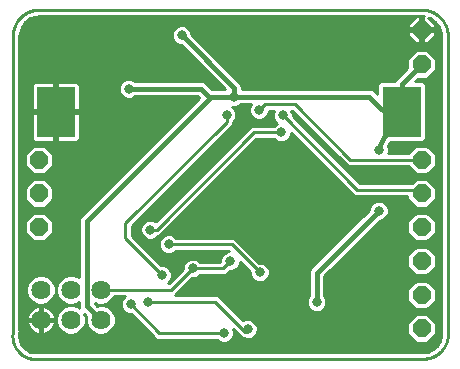
<source format=gbl>
G75*
%MOIN*%
%OFA0B0*%
%FSLAX25Y25*%
%IPPOS*%
%LPD*%
%AMOC8*
5,1,8,0,0,1.08239X$1,22.5*
%
%ADD10C,0.01000*%
%ADD11C,0.06400*%
%ADD12R,0.12992X0.16929*%
%ADD13OC8,0.06000*%
%ADD14C,0.03200*%
%ADD15C,0.01600*%
D10*
X0007860Y0046945D02*
X0139110Y0046945D01*
X0138976Y0049144D02*
X0008107Y0049144D01*
X0007403Y0049323D01*
X0005892Y0050117D01*
X0004701Y0051340D01*
X0003946Y0052870D01*
X0003700Y0054559D01*
X0003721Y0054783D01*
X0003810Y0054872D01*
X0003810Y0055596D01*
X0003933Y0056309D01*
X0003810Y0056482D01*
X0003810Y0154533D01*
X0003891Y0155558D01*
X0004524Y0157507D01*
X0005729Y0159165D01*
X0007387Y0160369D01*
X0009336Y0161002D01*
X0010360Y0161083D01*
X0137860Y0161083D01*
X0138597Y0161025D01*
X0138360Y0161025D01*
X0138360Y0157025D01*
X0137360Y0157025D01*
X0137360Y0156025D01*
X0133360Y0156025D01*
X0133360Y0154661D01*
X0135996Y0152025D01*
X0137360Y0152025D01*
X0137360Y0156025D01*
X0138360Y0156025D01*
X0138360Y0152025D01*
X0139724Y0152025D01*
X0142360Y0154661D01*
X0142360Y0156025D01*
X0138360Y0156025D01*
X0138360Y0157025D01*
X0142360Y0157025D01*
X0142360Y0158389D01*
X0140162Y0160588D01*
X0140834Y0160369D01*
X0142492Y0159165D01*
X0143696Y0157507D01*
X0144330Y0155558D01*
X0144410Y0154533D01*
X0144410Y0056591D01*
X0144343Y0056512D01*
X0144410Y0055693D01*
X0144410Y0054872D01*
X0144420Y0054862D01*
X0144421Y0054662D01*
X0143988Y0052837D01*
X0143013Y0051234D01*
X0141591Y0050011D01*
X0139859Y0049287D01*
X0138976Y0049144D01*
X0141679Y0050087D02*
X0005951Y0050087D01*
X0004949Y0051085D02*
X0142840Y0051085D01*
X0143530Y0052084D02*
X0004334Y0052084D01*
X0003915Y0053082D02*
X0069761Y0053082D01*
X0069559Y0053284D02*
X0070156Y0052687D01*
X0071369Y0052184D01*
X0072682Y0052184D01*
X0073895Y0052687D01*
X0074823Y0053615D01*
X0075326Y0054828D01*
X0075326Y0056141D01*
X0075068Y0056763D01*
X0078124Y0053706D01*
X0078606Y0053706D01*
X0079224Y0053451D01*
X0080536Y0053451D01*
X0081749Y0053953D01*
X0082678Y0054881D01*
X0083180Y0056094D01*
X0083180Y0057407D01*
X0082678Y0058620D01*
X0081749Y0059548D01*
X0080536Y0060051D01*
X0079224Y0060051D01*
X0078360Y0059693D01*
X0071273Y0066781D01*
X0069984Y0068069D01*
X0055758Y0068069D01*
X0061421Y0073733D01*
X0062267Y0073733D01*
X0063480Y0074235D01*
X0064077Y0074833D01*
X0072521Y0074833D01*
X0073921Y0076233D01*
X0074767Y0076233D01*
X0075980Y0076735D01*
X0076908Y0077664D01*
X0077410Y0078877D01*
X0077410Y0079122D01*
X0080661Y0075871D01*
X0080661Y0075034D01*
X0081163Y0073821D01*
X0082091Y0072893D01*
X0083304Y0072391D01*
X0084617Y0072391D01*
X0085830Y0072893D01*
X0086758Y0073821D01*
X0087261Y0075034D01*
X0087261Y0076347D01*
X0086758Y0077560D01*
X0085830Y0078488D01*
X0084617Y0078991D01*
X0083764Y0078991D01*
X0075442Y0087313D01*
X0055996Y0087313D01*
X0055399Y0087910D01*
X0054186Y0088413D01*
X0052873Y0088413D01*
X0051660Y0087910D01*
X0050732Y0086982D01*
X0050229Y0085769D01*
X0050229Y0084456D01*
X0050732Y0083244D01*
X0051660Y0082315D01*
X0052873Y0081813D01*
X0054186Y0081813D01*
X0055399Y0082315D01*
X0055996Y0082913D01*
X0073619Y0082913D01*
X0073699Y0082833D01*
X0073454Y0082833D01*
X0072241Y0082331D01*
X0071313Y0081402D01*
X0070810Y0080189D01*
X0070810Y0079344D01*
X0070699Y0079233D01*
X0064077Y0079233D01*
X0063480Y0079831D01*
X0062267Y0080333D01*
X0060954Y0080333D01*
X0059741Y0079831D01*
X0058813Y0078902D01*
X0058310Y0077689D01*
X0058310Y0076844D01*
X0053549Y0072083D01*
X0053303Y0072083D01*
X0054146Y0072926D01*
X0054648Y0074139D01*
X0054648Y0075452D01*
X0054146Y0076665D01*
X0053218Y0077593D01*
X0052005Y0078095D01*
X0051159Y0078095D01*
X0041310Y0087944D01*
X0041310Y0091122D01*
X0075060Y0124872D01*
X0075060Y0125816D01*
X0075658Y0126414D01*
X0076160Y0127627D01*
X0076160Y0128939D01*
X0075658Y0130152D01*
X0074827Y0130983D01*
X0076007Y0130983D01*
X0077220Y0131485D01*
X0077517Y0131783D01*
X0080919Y0131783D01*
X0080867Y0131730D01*
X0080364Y0130518D01*
X0080364Y0129205D01*
X0080867Y0127992D01*
X0081795Y0127064D01*
X0083008Y0126561D01*
X0084321Y0126561D01*
X0085534Y0127064D01*
X0086462Y0127992D01*
X0086964Y0129205D01*
X0086964Y0129574D01*
X0088635Y0129574D01*
X0088262Y0128673D01*
X0088262Y0127360D01*
X0088764Y0126147D01*
X0089624Y0125288D01*
X0089289Y0125149D01*
X0088691Y0124552D01*
X0081017Y0124552D01*
X0049250Y0092784D01*
X0048133Y0093246D01*
X0046820Y0093246D01*
X0045607Y0092744D01*
X0044679Y0091816D01*
X0044176Y0090603D01*
X0044176Y0089290D01*
X0044679Y0088077D01*
X0045607Y0087149D01*
X0046820Y0086646D01*
X0048133Y0086646D01*
X0049346Y0087149D01*
X0049943Y0087746D01*
X0050435Y0087746D01*
X0082840Y0120152D01*
X0088691Y0120152D01*
X0089289Y0119554D01*
X0090502Y0119052D01*
X0091815Y0119052D01*
X0093028Y0119554D01*
X0093956Y0120482D01*
X0094458Y0121695D01*
X0094458Y0122009D01*
X0114095Y0102372D01*
X0115384Y0101083D01*
X0133160Y0101083D01*
X0133160Y0100086D01*
X0135913Y0097333D01*
X0139807Y0097333D01*
X0142560Y0100086D01*
X0142560Y0103980D01*
X0139807Y0106733D01*
X0135913Y0106733D01*
X0134663Y0105483D01*
X0117207Y0105483D01*
X0094862Y0127828D01*
X0094862Y0128673D01*
X0094489Y0129574D01*
X0094708Y0129574D01*
X0111910Y0112372D01*
X0113199Y0111083D01*
X0133413Y0111083D01*
X0135913Y0108583D01*
X0139807Y0108583D01*
X0142560Y0111336D01*
X0142560Y0115230D01*
X0139807Y0117983D01*
X0135913Y0117983D01*
X0133413Y0115483D01*
X0126770Y0115483D01*
X0126923Y0115852D01*
X0126923Y0117165D01*
X0126711Y0117678D01*
X0127408Y0119019D01*
X0138441Y0119019D01*
X0139437Y0120014D01*
X0139437Y0138352D01*
X0138441Y0139348D01*
X0135679Y0139348D01*
X0136666Y0140325D01*
X0139807Y0140325D01*
X0142560Y0143078D01*
X0142560Y0146972D01*
X0139807Y0149725D01*
X0135913Y0149725D01*
X0133160Y0146972D01*
X0133160Y0143890D01*
X0129830Y0140594D01*
X0129824Y0140591D01*
X0129477Y0140244D01*
X0129128Y0139899D01*
X0129126Y0139893D01*
X0129121Y0139888D01*
X0128933Y0139433D01*
X0128897Y0139348D01*
X0124040Y0139348D01*
X0123044Y0138352D01*
X0123044Y0135234D01*
X0122580Y0135699D01*
X0121877Y0136402D01*
X0120958Y0136783D01*
X0077850Y0136783D01*
X0077850Y0137790D01*
X0077470Y0138709D01*
X0076767Y0139412D01*
X0061160Y0155019D01*
X0061160Y0155439D01*
X0060658Y0156652D01*
X0059730Y0157581D01*
X0058517Y0158083D01*
X0057204Y0158083D01*
X0055991Y0157581D01*
X0055063Y0156652D01*
X0054560Y0155439D01*
X0054560Y0154127D01*
X0055063Y0152914D01*
X0055991Y0151985D01*
X0057204Y0151483D01*
X0057625Y0151483D01*
X0072325Y0136783D01*
X0067896Y0136783D01*
X0065643Y0139036D01*
X0064724Y0139417D01*
X0042365Y0139417D01*
X0042068Y0139714D01*
X0040855Y0140217D01*
X0039542Y0140217D01*
X0038329Y0139714D01*
X0037401Y0138786D01*
X0036898Y0137573D01*
X0036898Y0136260D01*
X0037401Y0135048D01*
X0038329Y0134119D01*
X0039542Y0133617D01*
X0040855Y0133617D01*
X0042068Y0134119D01*
X0042365Y0134417D01*
X0063191Y0134417D01*
X0063825Y0133783D01*
X0024142Y0094100D01*
X0023761Y0093182D01*
X0023761Y0074011D01*
X0023736Y0074037D01*
X0021935Y0074783D01*
X0019986Y0074783D01*
X0018185Y0074037D01*
X0016806Y0072659D01*
X0016060Y0070858D01*
X0016060Y0068908D01*
X0016806Y0067107D01*
X0018185Y0065729D01*
X0019986Y0064983D01*
X0021935Y0064983D01*
X0023736Y0065729D01*
X0023761Y0065755D01*
X0023761Y0064085D01*
X0023813Y0063960D01*
X0023736Y0064037D01*
X0021935Y0064783D01*
X0019986Y0064783D01*
X0018185Y0064037D01*
X0016806Y0062659D01*
X0016060Y0060858D01*
X0016060Y0058908D01*
X0016806Y0057107D01*
X0018185Y0055729D01*
X0019986Y0054983D01*
X0021935Y0054983D01*
X0023736Y0055729D01*
X0025114Y0057107D01*
X0025860Y0058908D01*
X0025860Y0060858D01*
X0025443Y0061865D01*
X0026174Y0061133D01*
X0026060Y0060858D01*
X0026060Y0058908D01*
X0026806Y0057107D01*
X0028185Y0055729D01*
X0029986Y0054983D01*
X0031935Y0054983D01*
X0033736Y0055729D01*
X0035114Y0057107D01*
X0035860Y0058908D01*
X0035860Y0060858D01*
X0035114Y0062659D01*
X0033736Y0064037D01*
X0031935Y0064783D01*
X0029986Y0064783D01*
X0029710Y0064669D01*
X0028979Y0065400D01*
X0029986Y0064983D01*
X0031935Y0064983D01*
X0033736Y0065729D01*
X0035114Y0067107D01*
X0035353Y0067683D01*
X0038853Y0067683D01*
X0038064Y0066894D01*
X0037562Y0065681D01*
X0037562Y0064369D01*
X0038064Y0063156D01*
X0038993Y0062227D01*
X0040206Y0061725D01*
X0041051Y0061725D01*
X0048203Y0054573D01*
X0049491Y0053284D01*
X0069559Y0053284D01*
X0072026Y0055484D02*
X0050403Y0055484D01*
X0040862Y0065025D01*
X0037562Y0065064D02*
X0032131Y0065064D01*
X0033667Y0064066D02*
X0037687Y0064066D01*
X0038153Y0063067D02*
X0034706Y0063067D01*
X0035359Y0062069D02*
X0039376Y0062069D01*
X0041705Y0061070D02*
X0035772Y0061070D01*
X0035860Y0060072D02*
X0042704Y0060072D01*
X0043702Y0059073D02*
X0035860Y0059073D01*
X0035515Y0058075D02*
X0044701Y0058075D01*
X0045700Y0057076D02*
X0035083Y0057076D01*
X0034084Y0056078D02*
X0046698Y0056078D01*
X0047697Y0055079D02*
X0032167Y0055079D01*
X0029754Y0055079D02*
X0022167Y0055079D01*
X0019754Y0055079D02*
X0003810Y0055079D01*
X0003770Y0054081D02*
X0048695Y0054081D01*
X0046689Y0065869D02*
X0069073Y0065869D01*
X0079036Y0055906D01*
X0079880Y0056751D01*
X0082224Y0059073D02*
X0133254Y0059073D01*
X0133160Y0058980D02*
X0133160Y0055086D01*
X0135913Y0052333D01*
X0139807Y0052333D01*
X0142560Y0055086D01*
X0142560Y0058980D01*
X0139807Y0061733D01*
X0135913Y0061733D01*
X0133160Y0058980D01*
X0133160Y0058075D02*
X0082903Y0058075D01*
X0083180Y0057076D02*
X0133160Y0057076D01*
X0133160Y0056078D02*
X0083173Y0056078D01*
X0082760Y0055079D02*
X0133167Y0055079D01*
X0134166Y0054081D02*
X0081877Y0054081D01*
X0077750Y0054081D02*
X0075016Y0054081D01*
X0075326Y0055079D02*
X0076752Y0055079D01*
X0075753Y0056078D02*
X0075326Y0056078D01*
X0074291Y0053082D02*
X0135164Y0053082D01*
X0139110Y0046944D02*
X0139308Y0046963D01*
X0139504Y0046986D01*
X0139700Y0047014D01*
X0139896Y0047047D01*
X0140090Y0047085D01*
X0140284Y0047127D01*
X0140476Y0047174D01*
X0140667Y0047225D01*
X0140857Y0047281D01*
X0141046Y0047342D01*
X0141233Y0047407D01*
X0141418Y0047477D01*
X0141602Y0047551D01*
X0141784Y0047630D01*
X0141964Y0047713D01*
X0142142Y0047800D01*
X0142317Y0047891D01*
X0142491Y0047987D01*
X0142662Y0048087D01*
X0142830Y0048191D01*
X0142996Y0048299D01*
X0143160Y0048411D01*
X0143320Y0048527D01*
X0143478Y0048647D01*
X0143633Y0048771D01*
X0143784Y0048898D01*
X0143933Y0049029D01*
X0144079Y0049163D01*
X0144221Y0049301D01*
X0144359Y0049443D01*
X0144495Y0049587D01*
X0144627Y0049735D01*
X0144755Y0049886D01*
X0144879Y0050040D01*
X0145000Y0050198D01*
X0145117Y0050357D01*
X0145230Y0050520D01*
X0145339Y0050686D01*
X0145444Y0050853D01*
X0145545Y0051024D01*
X0145641Y0051197D01*
X0145734Y0051372D01*
X0145822Y0051549D01*
X0145906Y0051729D01*
X0145986Y0051910D01*
X0146061Y0052093D01*
X0146132Y0052278D01*
X0146198Y0052465D01*
X0146260Y0052653D01*
X0146317Y0052843D01*
X0146370Y0053034D01*
X0146418Y0053226D01*
X0146461Y0053419D01*
X0146500Y0053614D01*
X0146533Y0053809D01*
X0146563Y0054005D01*
X0146587Y0054201D01*
X0146607Y0054398D01*
X0146622Y0054596D01*
X0146632Y0054794D01*
X0146637Y0054992D01*
X0146638Y0055190D01*
X0146633Y0055388D01*
X0146624Y0055586D01*
X0146611Y0055783D01*
X0146610Y0055783D02*
X0146610Y0154533D01*
X0144379Y0154930D02*
X0142360Y0154930D01*
X0142360Y0155929D02*
X0144209Y0155929D01*
X0143885Y0156927D02*
X0138360Y0156927D01*
X0138360Y0155929D02*
X0137360Y0155929D01*
X0137360Y0156927D02*
X0060383Y0156927D01*
X0060958Y0155929D02*
X0133360Y0155929D01*
X0133360Y0154930D02*
X0061249Y0154930D01*
X0062247Y0153932D02*
X0134090Y0153932D01*
X0135088Y0152933D02*
X0063246Y0152933D01*
X0064244Y0151935D02*
X0144410Y0151935D01*
X0144410Y0152933D02*
X0140632Y0152933D01*
X0141631Y0153932D02*
X0144410Y0153932D01*
X0144410Y0150936D02*
X0065243Y0150936D01*
X0066241Y0149938D02*
X0144410Y0149938D01*
X0144410Y0148939D02*
X0140593Y0148939D01*
X0141591Y0147941D02*
X0144410Y0147941D01*
X0144410Y0146942D02*
X0142560Y0146942D01*
X0142560Y0145944D02*
X0144410Y0145944D01*
X0144410Y0144945D02*
X0142560Y0144945D01*
X0142560Y0143947D02*
X0144410Y0143947D01*
X0144410Y0142948D02*
X0142430Y0142948D01*
X0141432Y0141950D02*
X0144410Y0141950D01*
X0144410Y0140951D02*
X0140433Y0140951D01*
X0138834Y0138954D02*
X0144410Y0138954D01*
X0144410Y0137956D02*
X0139437Y0137956D01*
X0139437Y0136957D02*
X0144410Y0136957D01*
X0144410Y0135959D02*
X0139437Y0135959D01*
X0139437Y0134960D02*
X0144410Y0134960D01*
X0144410Y0133962D02*
X0139437Y0133962D01*
X0139437Y0132963D02*
X0144410Y0132963D01*
X0144410Y0131964D02*
X0139437Y0131964D01*
X0139437Y0130966D02*
X0144410Y0130966D01*
X0144410Y0129967D02*
X0139437Y0129967D01*
X0139437Y0128969D02*
X0144410Y0128969D01*
X0144410Y0127970D02*
X0139437Y0127970D01*
X0139437Y0126972D02*
X0144410Y0126972D01*
X0144410Y0125973D02*
X0139437Y0125973D01*
X0139437Y0124975D02*
X0144410Y0124975D01*
X0144410Y0123976D02*
X0139437Y0123976D01*
X0139437Y0122978D02*
X0144410Y0122978D01*
X0144410Y0121979D02*
X0139437Y0121979D01*
X0139437Y0120981D02*
X0144410Y0120981D01*
X0144410Y0119982D02*
X0139405Y0119982D01*
X0140803Y0116987D02*
X0144410Y0116987D01*
X0144410Y0117985D02*
X0126870Y0117985D01*
X0126923Y0116987D02*
X0134917Y0116987D01*
X0133919Y0115988D02*
X0126923Y0115988D01*
X0127390Y0118984D02*
X0144410Y0118984D01*
X0144410Y0115988D02*
X0141802Y0115988D01*
X0142560Y0114990D02*
X0144410Y0114990D01*
X0144410Y0113991D02*
X0142560Y0113991D01*
X0142560Y0112993D02*
X0144410Y0112993D01*
X0144410Y0111994D02*
X0142560Y0111994D01*
X0142220Y0110996D02*
X0144410Y0110996D01*
X0144410Y0109997D02*
X0141221Y0109997D01*
X0140223Y0108999D02*
X0144410Y0108999D01*
X0144410Y0108000D02*
X0114689Y0108000D01*
X0113691Y0108999D02*
X0135498Y0108999D01*
X0134499Y0109997D02*
X0112692Y0109997D01*
X0111694Y0110996D02*
X0133501Y0110996D01*
X0137860Y0113283D02*
X0114110Y0113283D01*
X0095619Y0131774D01*
X0085577Y0131774D01*
X0083664Y0129861D01*
X0085312Y0126972D02*
X0088423Y0126972D01*
X0088262Y0127970D02*
X0086440Y0127970D01*
X0086867Y0128969D02*
X0088384Y0128969D01*
X0088938Y0125973D02*
X0075217Y0125973D01*
X0075060Y0124975D02*
X0089115Y0124975D01*
X0091158Y0122352D02*
X0081929Y0122352D01*
X0049523Y0089946D01*
X0047476Y0089946D01*
X0044887Y0092024D02*
X0042212Y0092024D01*
X0041310Y0091026D02*
X0044352Y0091026D01*
X0044176Y0090027D02*
X0041310Y0090027D01*
X0041310Y0089029D02*
X0044285Y0089029D01*
X0044726Y0088030D02*
X0041310Y0088030D01*
X0042223Y0087031D02*
X0045890Y0087031D01*
X0044220Y0085034D02*
X0050229Y0085034D01*
X0050339Y0086033D02*
X0043222Y0086033D01*
X0045219Y0084036D02*
X0050404Y0084036D01*
X0050938Y0083037D02*
X0046217Y0083037D01*
X0047216Y0082039D02*
X0052327Y0082039D01*
X0054732Y0082039D02*
X0071949Y0082039D01*
X0071163Y0081040D02*
X0048214Y0081040D01*
X0049213Y0080042D02*
X0060251Y0080042D01*
X0058954Y0079043D02*
X0050211Y0079043D01*
X0052126Y0078045D02*
X0058457Y0078045D01*
X0058310Y0077046D02*
X0053764Y0077046D01*
X0054401Y0076048D02*
X0057514Y0076048D01*
X0056515Y0075049D02*
X0054648Y0075049D01*
X0054612Y0074051D02*
X0055517Y0074051D01*
X0054518Y0073052D02*
X0054198Y0073052D01*
X0054460Y0069883D02*
X0061610Y0077033D01*
X0071610Y0077033D01*
X0074110Y0079533D01*
X0076290Y0077046D02*
X0079486Y0077046D01*
X0080484Y0076048D02*
X0073736Y0076048D01*
X0072738Y0075049D02*
X0080661Y0075049D01*
X0081068Y0074051D02*
X0063034Y0074051D01*
X0060741Y0073052D02*
X0081932Y0073052D01*
X0083953Y0075691D02*
X0083961Y0075691D01*
X0083953Y0075691D02*
X0074530Y0085113D01*
X0053529Y0085113D01*
X0051949Y0088030D02*
X0050718Y0088030D01*
X0050781Y0087031D02*
X0049063Y0087031D01*
X0051717Y0089029D02*
X0112809Y0089029D01*
X0113813Y0090027D02*
X0052715Y0090027D01*
X0053714Y0091026D02*
X0114816Y0091026D01*
X0115819Y0092024D02*
X0054712Y0092024D01*
X0055711Y0093023D02*
X0116822Y0093023D01*
X0117826Y0094021D02*
X0056709Y0094021D01*
X0057708Y0095020D02*
X0118829Y0095020D01*
X0119832Y0096018D02*
X0058707Y0096018D01*
X0059705Y0097017D02*
X0120363Y0097017D01*
X0120323Y0096921D02*
X0120323Y0096507D01*
X0101447Y0077719D01*
X0101444Y0077718D01*
X0101094Y0077369D01*
X0100744Y0077020D01*
X0100743Y0077017D01*
X0100741Y0077015D01*
X0100551Y0076558D01*
X0100361Y0076102D01*
X0100361Y0076099D01*
X0100360Y0076096D01*
X0100360Y0075602D01*
X0100359Y0075107D01*
X0100360Y0075105D01*
X0100360Y0067950D01*
X0100063Y0067652D01*
X0099560Y0066439D01*
X0099560Y0065127D01*
X0100063Y0063914D01*
X0100991Y0062985D01*
X0102204Y0062483D01*
X0103517Y0062483D01*
X0104730Y0062985D01*
X0105658Y0063914D01*
X0106160Y0065127D01*
X0106160Y0066439D01*
X0105658Y0067652D01*
X0105360Y0067950D01*
X0105360Y0074560D01*
X0123852Y0092964D01*
X0124280Y0092964D01*
X0125493Y0093467D01*
X0126421Y0094395D01*
X0126923Y0095608D01*
X0126923Y0096921D01*
X0126421Y0098134D01*
X0125493Y0099062D01*
X0124280Y0099564D01*
X0122967Y0099564D01*
X0121754Y0099062D01*
X0120826Y0098134D01*
X0120323Y0096921D01*
X0120777Y0098015D02*
X0060704Y0098015D01*
X0061702Y0099014D02*
X0121706Y0099014D01*
X0125541Y0099014D02*
X0134233Y0099014D01*
X0133234Y0100012D02*
X0062701Y0100012D01*
X0063699Y0101011D02*
X0133160Y0101011D01*
X0135231Y0098015D02*
X0126470Y0098015D01*
X0126884Y0097017D02*
X0144410Y0097017D01*
X0144410Y0098015D02*
X0140489Y0098015D01*
X0141488Y0099014D02*
X0144410Y0099014D01*
X0144410Y0100012D02*
X0142486Y0100012D01*
X0142560Y0101011D02*
X0144410Y0101011D01*
X0144410Y0102009D02*
X0142560Y0102009D01*
X0142560Y0103008D02*
X0144410Y0103008D01*
X0144410Y0104006D02*
X0142534Y0104006D01*
X0141535Y0105005D02*
X0144410Y0105005D01*
X0144410Y0106003D02*
X0140537Y0106003D01*
X0144410Y0107002D02*
X0115688Y0107002D01*
X0116687Y0106003D02*
X0135184Y0106003D01*
X0136610Y0103283D02*
X0137860Y0102033D01*
X0136610Y0103283D02*
X0116295Y0103283D01*
X0091562Y0128017D01*
X0094862Y0127970D02*
X0096312Y0127970D01*
X0095718Y0126972D02*
X0097310Y0126972D01*
X0096716Y0125973D02*
X0098309Y0125973D01*
X0097715Y0124975D02*
X0099307Y0124975D01*
X0098713Y0123976D02*
X0100306Y0123976D01*
X0099712Y0122978D02*
X0101304Y0122978D01*
X0100710Y0121979D02*
X0102303Y0121979D01*
X0101709Y0120981D02*
X0103301Y0120981D01*
X0102707Y0119982D02*
X0104300Y0119982D01*
X0103706Y0118984D02*
X0105298Y0118984D01*
X0104704Y0117985D02*
X0106297Y0117985D01*
X0105703Y0116987D02*
X0107295Y0116987D01*
X0106701Y0115988D02*
X0108294Y0115988D01*
X0107700Y0114990D02*
X0109292Y0114990D01*
X0108698Y0113991D02*
X0110291Y0113991D01*
X0109697Y0112993D02*
X0111289Y0112993D01*
X0110695Y0111994D02*
X0112288Y0111994D01*
X0108467Y0108000D02*
X0070689Y0108000D01*
X0071687Y0108999D02*
X0107468Y0108999D01*
X0106470Y0109997D02*
X0072686Y0109997D01*
X0073684Y0110996D02*
X0105471Y0110996D01*
X0104473Y0111994D02*
X0074683Y0111994D01*
X0075681Y0112993D02*
X0103474Y0112993D01*
X0102476Y0113991D02*
X0076680Y0113991D01*
X0077678Y0114990D02*
X0101477Y0114990D01*
X0100479Y0115988D02*
X0078677Y0115988D01*
X0079675Y0116987D02*
X0099480Y0116987D01*
X0098482Y0117985D02*
X0080674Y0117985D01*
X0081672Y0118984D02*
X0097483Y0118984D01*
X0096485Y0119982D02*
X0093456Y0119982D01*
X0094162Y0120981D02*
X0095486Y0120981D01*
X0094488Y0121979D02*
X0094458Y0121979D01*
X0088861Y0119982D02*
X0082671Y0119982D01*
X0079444Y0122978D02*
X0073166Y0122978D01*
X0072168Y0121979D02*
X0078445Y0121979D01*
X0077447Y0120981D02*
X0071169Y0120981D01*
X0070171Y0119982D02*
X0076448Y0119982D01*
X0075450Y0118984D02*
X0069172Y0118984D01*
X0068174Y0117985D02*
X0074451Y0117985D01*
X0073453Y0116987D02*
X0067175Y0116987D01*
X0066177Y0115988D02*
X0072454Y0115988D01*
X0071456Y0114990D02*
X0065178Y0114990D01*
X0064180Y0113991D02*
X0070457Y0113991D01*
X0069459Y0112993D02*
X0063181Y0112993D01*
X0062183Y0111994D02*
X0068460Y0111994D01*
X0067462Y0110996D02*
X0061184Y0110996D01*
X0060186Y0109997D02*
X0066463Y0109997D01*
X0065465Y0108999D02*
X0059187Y0108999D01*
X0058189Y0108000D02*
X0064466Y0108000D01*
X0063468Y0107002D02*
X0057190Y0107002D01*
X0056192Y0106003D02*
X0062469Y0106003D01*
X0061471Y0105005D02*
X0055193Y0105005D01*
X0054195Y0104006D02*
X0060472Y0104006D01*
X0059474Y0103008D02*
X0053196Y0103008D01*
X0052198Y0102009D02*
X0058475Y0102009D01*
X0057477Y0101011D02*
X0051199Y0101011D01*
X0050201Y0100012D02*
X0056478Y0100012D01*
X0055480Y0099014D02*
X0049202Y0099014D01*
X0048204Y0098015D02*
X0054481Y0098015D01*
X0053482Y0097017D02*
X0047205Y0097017D01*
X0046207Y0096018D02*
X0052484Y0096018D01*
X0051485Y0095020D02*
X0045208Y0095020D01*
X0044209Y0094021D02*
X0050487Y0094021D01*
X0049488Y0093023D02*
X0048673Y0093023D01*
X0046280Y0093023D02*
X0043211Y0093023D01*
X0039110Y0092033D02*
X0039110Y0087033D01*
X0051348Y0074795D01*
X0051348Y0074795D01*
X0054460Y0069883D02*
X0030960Y0069883D01*
X0034070Y0066063D02*
X0037720Y0066063D01*
X0038231Y0067061D02*
X0035068Y0067061D01*
X0029790Y0065064D02*
X0029315Y0065064D01*
X0026148Y0061070D02*
X0025772Y0061070D01*
X0025860Y0060072D02*
X0026060Y0060072D01*
X0026060Y0059073D02*
X0025860Y0059073D01*
X0025515Y0058075D02*
X0026406Y0058075D01*
X0026837Y0057076D02*
X0025083Y0057076D01*
X0024084Y0056078D02*
X0027836Y0056078D01*
X0023769Y0064066D02*
X0023667Y0064066D01*
X0023761Y0065064D02*
X0022131Y0065064D01*
X0019790Y0065064D02*
X0012131Y0065064D01*
X0011935Y0064983D02*
X0013736Y0065729D01*
X0015114Y0067107D01*
X0015860Y0068908D01*
X0015860Y0070858D01*
X0015114Y0072659D01*
X0013736Y0074037D01*
X0011935Y0074783D01*
X0009986Y0074783D01*
X0008185Y0074037D01*
X0006806Y0072659D01*
X0006060Y0070858D01*
X0006060Y0068908D01*
X0006806Y0067107D01*
X0008185Y0065729D01*
X0009986Y0064983D01*
X0011935Y0064983D01*
X0012061Y0064467D02*
X0011346Y0064581D01*
X0011346Y0060269D01*
X0010574Y0060269D01*
X0010574Y0059497D01*
X0006263Y0059497D01*
X0006376Y0058782D01*
X0006605Y0058079D01*
X0006940Y0057420D01*
X0007375Y0056821D01*
X0007898Y0056298D01*
X0008497Y0055863D01*
X0009156Y0055527D01*
X0009860Y0055299D01*
X0010574Y0055186D01*
X0010574Y0059497D01*
X0011346Y0059497D01*
X0011346Y0055186D01*
X0012061Y0055299D01*
X0012764Y0055527D01*
X0013424Y0055863D01*
X0014022Y0056298D01*
X0014545Y0056821D01*
X0014980Y0057420D01*
X0015316Y0058079D01*
X0015544Y0058782D01*
X0015658Y0059497D01*
X0011346Y0059497D01*
X0011346Y0060269D01*
X0015658Y0060269D01*
X0015544Y0060984D01*
X0015316Y0061687D01*
X0014980Y0062346D01*
X0014545Y0062945D01*
X0014022Y0063468D01*
X0013424Y0063903D01*
X0012764Y0064239D01*
X0012061Y0064467D01*
X0011346Y0064066D02*
X0010574Y0064066D01*
X0010574Y0064581D02*
X0009860Y0064467D01*
X0009156Y0064239D01*
X0008497Y0063903D01*
X0007898Y0063468D01*
X0007375Y0062945D01*
X0006940Y0062346D01*
X0006605Y0061687D01*
X0006376Y0060984D01*
X0006263Y0060269D01*
X0010574Y0060269D01*
X0010574Y0064581D01*
X0009790Y0065064D02*
X0003810Y0065064D01*
X0003810Y0064066D02*
X0008817Y0064066D01*
X0007498Y0063067D02*
X0003810Y0063067D01*
X0003810Y0062069D02*
X0006799Y0062069D01*
X0006404Y0061070D02*
X0003810Y0061070D01*
X0003810Y0060072D02*
X0010574Y0060072D01*
X0011346Y0060072D02*
X0016060Y0060072D01*
X0016060Y0059073D02*
X0015591Y0059073D01*
X0015314Y0058075D02*
X0016406Y0058075D01*
X0016838Y0057076D02*
X0014730Y0057076D01*
X0013719Y0056078D02*
X0017836Y0056078D01*
X0016148Y0061070D02*
X0015516Y0061070D01*
X0015122Y0062069D02*
X0016562Y0062069D01*
X0017215Y0063067D02*
X0014423Y0063067D01*
X0013104Y0064066D02*
X0018254Y0064066D01*
X0017851Y0066063D02*
X0014070Y0066063D01*
X0015068Y0067061D02*
X0016852Y0067061D01*
X0016412Y0068060D02*
X0015509Y0068060D01*
X0015860Y0069058D02*
X0016060Y0069058D01*
X0016060Y0070057D02*
X0015860Y0070057D01*
X0015778Y0071055D02*
X0016142Y0071055D01*
X0016556Y0072054D02*
X0015365Y0072054D01*
X0014721Y0073052D02*
X0017200Y0073052D01*
X0018218Y0074051D02*
X0013703Y0074051D01*
X0008218Y0074051D02*
X0003810Y0074051D01*
X0003810Y0075049D02*
X0023761Y0075049D01*
X0023761Y0074051D02*
X0023703Y0074051D01*
X0023761Y0076048D02*
X0003810Y0076048D01*
X0003810Y0077046D02*
X0023761Y0077046D01*
X0023761Y0078045D02*
X0003810Y0078045D01*
X0003810Y0079043D02*
X0023761Y0079043D01*
X0023761Y0080042D02*
X0003810Y0080042D01*
X0003810Y0081040D02*
X0023761Y0081040D01*
X0023761Y0082039D02*
X0003810Y0082039D01*
X0003810Y0083037D02*
X0023761Y0083037D01*
X0023761Y0084036D02*
X0003810Y0084036D01*
X0003810Y0085034D02*
X0023761Y0085034D01*
X0023761Y0086033D02*
X0003810Y0086033D01*
X0003810Y0087031D02*
X0007465Y0087031D01*
X0008413Y0086083D02*
X0005660Y0088836D01*
X0005660Y0092730D01*
X0008413Y0095483D01*
X0012307Y0095483D01*
X0015060Y0092730D01*
X0015060Y0088836D01*
X0012307Y0086083D01*
X0008413Y0086083D01*
X0006466Y0088030D02*
X0003810Y0088030D01*
X0003810Y0089029D02*
X0005660Y0089029D01*
X0005660Y0090027D02*
X0003810Y0090027D01*
X0003810Y0091026D02*
X0005660Y0091026D01*
X0005660Y0092024D02*
X0003810Y0092024D01*
X0003810Y0093023D02*
X0005953Y0093023D01*
X0006951Y0094021D02*
X0003810Y0094021D01*
X0003810Y0095020D02*
X0007950Y0095020D01*
X0008413Y0097333D02*
X0012307Y0097333D01*
X0015060Y0100086D01*
X0015060Y0103980D01*
X0012307Y0106733D01*
X0008413Y0106733D01*
X0005660Y0103980D01*
X0005660Y0100086D01*
X0008413Y0097333D01*
X0007731Y0098015D02*
X0003810Y0098015D01*
X0003810Y0097017D02*
X0027058Y0097017D01*
X0028057Y0098015D02*
X0012989Y0098015D01*
X0013988Y0099014D02*
X0029055Y0099014D01*
X0030054Y0100012D02*
X0014986Y0100012D01*
X0015060Y0101011D02*
X0031052Y0101011D01*
X0032051Y0102009D02*
X0015060Y0102009D01*
X0015060Y0103008D02*
X0033049Y0103008D01*
X0034048Y0104006D02*
X0015034Y0104006D01*
X0014035Y0105005D02*
X0035046Y0105005D01*
X0036045Y0106003D02*
X0013037Y0106003D01*
X0012307Y0108583D02*
X0015060Y0111336D01*
X0015060Y0115230D01*
X0012307Y0117983D01*
X0008413Y0117983D01*
X0005660Y0115230D01*
X0005660Y0111336D01*
X0008413Y0108583D01*
X0012307Y0108583D01*
X0012723Y0108999D02*
X0039040Y0108999D01*
X0038042Y0108000D02*
X0003810Y0108000D01*
X0003810Y0107002D02*
X0037043Y0107002D01*
X0040039Y0109997D02*
X0013721Y0109997D01*
X0014720Y0110996D02*
X0041037Y0110996D01*
X0042036Y0111994D02*
X0015060Y0111994D01*
X0015060Y0112993D02*
X0043034Y0112993D01*
X0044033Y0113991D02*
X0015060Y0113991D01*
X0015060Y0114990D02*
X0045031Y0114990D01*
X0046030Y0115988D02*
X0014302Y0115988D01*
X0013303Y0116987D02*
X0047028Y0116987D01*
X0048027Y0117985D02*
X0003810Y0117985D01*
X0003810Y0116987D02*
X0007417Y0116987D01*
X0006419Y0115988D02*
X0003810Y0115988D01*
X0003810Y0114990D02*
X0005660Y0114990D01*
X0005660Y0113991D02*
X0003810Y0113991D01*
X0003810Y0112993D02*
X0005660Y0112993D01*
X0005660Y0111994D02*
X0003810Y0111994D01*
X0003810Y0110996D02*
X0006001Y0110996D01*
X0006999Y0109997D02*
X0003810Y0109997D01*
X0003810Y0108999D02*
X0007998Y0108999D01*
X0007684Y0106003D02*
X0003810Y0106003D01*
X0003810Y0105005D02*
X0006685Y0105005D01*
X0005687Y0104006D02*
X0003810Y0104006D01*
X0003810Y0103008D02*
X0005660Y0103008D01*
X0005660Y0102009D02*
X0003810Y0102009D01*
X0003810Y0101011D02*
X0005660Y0101011D01*
X0005734Y0100012D02*
X0003810Y0100012D01*
X0003810Y0099014D02*
X0006733Y0099014D01*
X0003810Y0096018D02*
X0026060Y0096018D01*
X0025061Y0095020D02*
X0012770Y0095020D01*
X0013769Y0094021D02*
X0024109Y0094021D01*
X0023761Y0093023D02*
X0014768Y0093023D01*
X0015060Y0092024D02*
X0023761Y0092024D01*
X0023761Y0091026D02*
X0015060Y0091026D01*
X0015060Y0090027D02*
X0023761Y0090027D01*
X0023761Y0089029D02*
X0015060Y0089029D01*
X0014254Y0088030D02*
X0023761Y0088030D01*
X0023761Y0087031D02*
X0013255Y0087031D01*
X0007200Y0073052D02*
X0003810Y0073052D01*
X0003810Y0072054D02*
X0006556Y0072054D01*
X0006142Y0071055D02*
X0003810Y0071055D01*
X0003810Y0070057D02*
X0006060Y0070057D01*
X0006060Y0069058D02*
X0003810Y0069058D01*
X0003810Y0068060D02*
X0006412Y0068060D01*
X0006852Y0067061D02*
X0003810Y0067061D01*
X0003810Y0066063D02*
X0007851Y0066063D01*
X0010574Y0063067D02*
X0011346Y0063067D01*
X0011346Y0062069D02*
X0010574Y0062069D01*
X0010574Y0061070D02*
X0011346Y0061070D01*
X0011346Y0059073D02*
X0010574Y0059073D01*
X0010574Y0058075D02*
X0011346Y0058075D01*
X0011346Y0057076D02*
X0010574Y0057076D01*
X0010574Y0056078D02*
X0011346Y0056078D01*
X0001610Y0055783D02*
X0001581Y0055601D01*
X0001557Y0055417D01*
X0001536Y0055233D01*
X0001521Y0055049D01*
X0001509Y0054865D01*
X0001502Y0054680D01*
X0001500Y0054495D01*
X0001502Y0054310D01*
X0001509Y0054125D01*
X0001520Y0053940D01*
X0001535Y0053756D01*
X0001555Y0053572D01*
X0001580Y0053389D01*
X0001608Y0053206D01*
X0001642Y0053024D01*
X0001679Y0052843D01*
X0001721Y0052663D01*
X0001767Y0052483D01*
X0001818Y0052306D01*
X0001873Y0052129D01*
X0001932Y0051954D01*
X0001995Y0051780D01*
X0002063Y0051608D01*
X0002135Y0051437D01*
X0002210Y0051268D01*
X0002290Y0051101D01*
X0002374Y0050937D01*
X0002462Y0050774D01*
X0002554Y0050613D01*
X0002649Y0050455D01*
X0002749Y0050299D01*
X0002852Y0050145D01*
X0002959Y0049994D01*
X0003069Y0049846D01*
X0003183Y0049700D01*
X0003301Y0049557D01*
X0003421Y0049417D01*
X0003546Y0049280D01*
X0003673Y0049146D01*
X0003804Y0049015D01*
X0003938Y0048887D01*
X0004075Y0048763D01*
X0004214Y0048642D01*
X0004357Y0048524D01*
X0004503Y0048410D01*
X0004651Y0048299D01*
X0004802Y0048192D01*
X0004955Y0048089D01*
X0005111Y0047989D01*
X0005269Y0047894D01*
X0005430Y0047802D01*
X0005593Y0047713D01*
X0005757Y0047629D01*
X0005924Y0047549D01*
X0006093Y0047473D01*
X0006263Y0047401D01*
X0006435Y0047333D01*
X0006609Y0047270D01*
X0006784Y0047210D01*
X0006961Y0047155D01*
X0007138Y0047104D01*
X0007318Y0047058D01*
X0007498Y0047016D01*
X0007679Y0046978D01*
X0007861Y0046944D01*
X0001610Y0055783D02*
X0001610Y0154533D01*
X0003841Y0154930D02*
X0054560Y0154930D01*
X0054641Y0153932D02*
X0003810Y0153932D01*
X0003810Y0152933D02*
X0055055Y0152933D01*
X0056113Y0151935D02*
X0003810Y0151935D01*
X0003810Y0150936D02*
X0058172Y0150936D01*
X0059170Y0149938D02*
X0003810Y0149938D01*
X0003810Y0148939D02*
X0060169Y0148939D01*
X0061167Y0147941D02*
X0003810Y0147941D01*
X0003810Y0146942D02*
X0062166Y0146942D01*
X0063164Y0145944D02*
X0003810Y0145944D01*
X0003810Y0144945D02*
X0064163Y0144945D01*
X0065161Y0143947D02*
X0003810Y0143947D01*
X0003810Y0142948D02*
X0066160Y0142948D01*
X0067158Y0141950D02*
X0003810Y0141950D01*
X0003810Y0140951D02*
X0068157Y0140951D01*
X0069155Y0139953D02*
X0041493Y0139953D01*
X0038904Y0139953D02*
X0003810Y0139953D01*
X0003810Y0138954D02*
X0008653Y0138954D01*
X0008811Y0139045D02*
X0008469Y0138848D01*
X0008190Y0138569D01*
X0007992Y0138227D01*
X0007890Y0137845D01*
X0007890Y0129683D01*
X0015386Y0129683D01*
X0015386Y0128683D01*
X0007890Y0128683D01*
X0007890Y0120521D01*
X0007992Y0120140D01*
X0008190Y0119797D01*
X0008469Y0119518D01*
X0008811Y0119321D01*
X0009193Y0119219D01*
X0015386Y0119218D01*
X0015386Y0128683D01*
X0016386Y0128683D01*
X0016386Y0119219D01*
X0022580Y0119219D01*
X0022961Y0119321D01*
X0023303Y0119518D01*
X0023583Y0119797D01*
X0023780Y0120140D01*
X0023882Y0120521D01*
X0023882Y0128683D01*
X0016386Y0128683D01*
X0016386Y0129683D01*
X0015386Y0129683D01*
X0015386Y0139148D01*
X0009193Y0139148D01*
X0008811Y0139045D01*
X0007920Y0137956D02*
X0003810Y0137956D01*
X0003810Y0136957D02*
X0007890Y0136957D01*
X0007890Y0135959D02*
X0003810Y0135959D01*
X0003810Y0134960D02*
X0007890Y0134960D01*
X0007890Y0133962D02*
X0003810Y0133962D01*
X0003810Y0132963D02*
X0007890Y0132963D01*
X0007890Y0131964D02*
X0003810Y0131964D01*
X0003810Y0130966D02*
X0007890Y0130966D01*
X0007890Y0129967D02*
X0003810Y0129967D01*
X0003810Y0128969D02*
X0015386Y0128969D01*
X0015386Y0129967D02*
X0016386Y0129967D01*
X0016386Y0129683D02*
X0016386Y0139148D01*
X0022580Y0139148D01*
X0022961Y0139045D01*
X0023303Y0138848D01*
X0023583Y0138569D01*
X0023780Y0138227D01*
X0023882Y0137845D01*
X0023882Y0129683D01*
X0016386Y0129683D01*
X0016386Y0128969D02*
X0059011Y0128969D01*
X0060009Y0129967D02*
X0023882Y0129967D01*
X0023882Y0130966D02*
X0061008Y0130966D01*
X0062006Y0131964D02*
X0023882Y0131964D01*
X0023882Y0132963D02*
X0063005Y0132963D01*
X0063646Y0133962D02*
X0041687Y0133962D01*
X0038710Y0133962D02*
X0023882Y0133962D01*
X0023882Y0134960D02*
X0037488Y0134960D01*
X0037023Y0135959D02*
X0023882Y0135959D01*
X0023882Y0136957D02*
X0036898Y0136957D01*
X0037057Y0137956D02*
X0023853Y0137956D01*
X0023119Y0138954D02*
X0037569Y0138954D01*
X0023882Y0127970D02*
X0058012Y0127970D01*
X0057014Y0126972D02*
X0023882Y0126972D01*
X0023882Y0125973D02*
X0056015Y0125973D01*
X0055017Y0124975D02*
X0023882Y0124975D01*
X0023882Y0123976D02*
X0054018Y0123976D01*
X0053020Y0122978D02*
X0023882Y0122978D01*
X0023882Y0121979D02*
X0052021Y0121979D01*
X0051023Y0120981D02*
X0023882Y0120981D01*
X0023689Y0119982D02*
X0050024Y0119982D01*
X0049025Y0118984D02*
X0003810Y0118984D01*
X0003810Y0119982D02*
X0008083Y0119982D01*
X0007890Y0120981D02*
X0003810Y0120981D01*
X0003810Y0121979D02*
X0007890Y0121979D01*
X0007890Y0122978D02*
X0003810Y0122978D01*
X0003810Y0123976D02*
X0007890Y0123976D01*
X0007890Y0124975D02*
X0003810Y0124975D01*
X0003810Y0125973D02*
X0007890Y0125973D01*
X0007890Y0126972D02*
X0003810Y0126972D01*
X0003810Y0127970D02*
X0007890Y0127970D01*
X0015386Y0127970D02*
X0016386Y0127970D01*
X0016386Y0126972D02*
X0015386Y0126972D01*
X0015386Y0125973D02*
X0016386Y0125973D01*
X0016386Y0124975D02*
X0015386Y0124975D01*
X0015386Y0123976D02*
X0016386Y0123976D01*
X0016386Y0122978D02*
X0015386Y0122978D01*
X0015386Y0121979D02*
X0016386Y0121979D01*
X0016386Y0120981D02*
X0015386Y0120981D01*
X0015386Y0119982D02*
X0016386Y0119982D01*
X0016386Y0130966D02*
X0015386Y0130966D01*
X0015386Y0131964D02*
X0016386Y0131964D01*
X0016386Y0132963D02*
X0015386Y0132963D01*
X0015386Y0133962D02*
X0016386Y0133962D01*
X0016386Y0134960D02*
X0015386Y0134960D01*
X0015386Y0135959D02*
X0016386Y0135959D01*
X0016386Y0136957D02*
X0015386Y0136957D01*
X0015386Y0137956D02*
X0016386Y0137956D01*
X0016386Y0138954D02*
X0015386Y0138954D01*
X0001610Y0154533D02*
X0001613Y0154744D01*
X0001620Y0154956D01*
X0001633Y0155167D01*
X0001651Y0155377D01*
X0001674Y0155588D01*
X0001702Y0155797D01*
X0001735Y0156006D01*
X0001773Y0156214D01*
X0001816Y0156421D01*
X0001864Y0156627D01*
X0001917Y0156832D01*
X0001975Y0157035D01*
X0002038Y0157237D01*
X0002106Y0157437D01*
X0002179Y0157636D01*
X0002256Y0157833D01*
X0002338Y0158027D01*
X0002425Y0158220D01*
X0002516Y0158411D01*
X0002612Y0158599D01*
X0002713Y0158785D01*
X0002818Y0158969D01*
X0002927Y0159150D01*
X0003041Y0159328D01*
X0003159Y0159504D01*
X0003281Y0159676D01*
X0003407Y0159846D01*
X0003538Y0160012D01*
X0003672Y0160175D01*
X0003811Y0160335D01*
X0003953Y0160492D01*
X0004099Y0160645D01*
X0004248Y0160794D01*
X0004401Y0160940D01*
X0004558Y0161082D01*
X0004718Y0161221D01*
X0004881Y0161355D01*
X0005047Y0161486D01*
X0005217Y0161612D01*
X0005389Y0161734D01*
X0005565Y0161852D01*
X0005743Y0161966D01*
X0005924Y0162075D01*
X0006108Y0162180D01*
X0006294Y0162281D01*
X0006482Y0162377D01*
X0006673Y0162468D01*
X0006866Y0162555D01*
X0007060Y0162637D01*
X0007257Y0162714D01*
X0007456Y0162787D01*
X0007656Y0162855D01*
X0007858Y0162918D01*
X0008061Y0162976D01*
X0008266Y0163029D01*
X0008472Y0163077D01*
X0008679Y0163120D01*
X0008887Y0163158D01*
X0009096Y0163191D01*
X0009305Y0163219D01*
X0009516Y0163242D01*
X0009726Y0163260D01*
X0009937Y0163273D01*
X0010149Y0163280D01*
X0010360Y0163283D01*
X0137860Y0163283D01*
X0137360Y0161025D02*
X0135996Y0161025D01*
X0133360Y0158389D01*
X0133360Y0157025D01*
X0137360Y0157025D01*
X0137360Y0161025D01*
X0137360Y0160921D02*
X0138360Y0160921D01*
X0138360Y0159923D02*
X0137360Y0159923D01*
X0137360Y0158924D02*
X0138360Y0158924D01*
X0138360Y0157926D02*
X0137360Y0157926D01*
X0137360Y0154930D02*
X0138360Y0154930D01*
X0146610Y0154533D02*
X0146607Y0154744D01*
X0146600Y0154956D01*
X0146587Y0155167D01*
X0146569Y0155377D01*
X0146546Y0155588D01*
X0146518Y0155797D01*
X0146485Y0156006D01*
X0146447Y0156214D01*
X0146404Y0156421D01*
X0146356Y0156627D01*
X0146303Y0156832D01*
X0146245Y0157035D01*
X0146182Y0157237D01*
X0146114Y0157437D01*
X0146041Y0157636D01*
X0145964Y0157833D01*
X0145882Y0158027D01*
X0145795Y0158220D01*
X0145704Y0158411D01*
X0145608Y0158599D01*
X0145507Y0158785D01*
X0145402Y0158969D01*
X0145293Y0159150D01*
X0145179Y0159328D01*
X0145061Y0159504D01*
X0144939Y0159676D01*
X0144813Y0159846D01*
X0144682Y0160012D01*
X0144548Y0160175D01*
X0144409Y0160335D01*
X0144267Y0160492D01*
X0144121Y0160645D01*
X0143972Y0160794D01*
X0143819Y0160940D01*
X0143662Y0161082D01*
X0143502Y0161221D01*
X0143339Y0161355D01*
X0143173Y0161486D01*
X0143003Y0161612D01*
X0142831Y0161734D01*
X0142655Y0161852D01*
X0142477Y0161966D01*
X0142296Y0162075D01*
X0142112Y0162180D01*
X0141926Y0162281D01*
X0141738Y0162377D01*
X0141547Y0162468D01*
X0141354Y0162555D01*
X0141160Y0162637D01*
X0140963Y0162714D01*
X0140764Y0162787D01*
X0140564Y0162855D01*
X0140362Y0162918D01*
X0140159Y0162976D01*
X0139954Y0163029D01*
X0139748Y0163077D01*
X0139541Y0163120D01*
X0139333Y0163158D01*
X0139124Y0163191D01*
X0138915Y0163219D01*
X0138704Y0163242D01*
X0138494Y0163260D01*
X0138283Y0163273D01*
X0138071Y0163280D01*
X0137860Y0163283D01*
X0135892Y0160921D02*
X0009086Y0160921D01*
X0006772Y0159923D02*
X0134894Y0159923D01*
X0133895Y0158924D02*
X0005554Y0158924D01*
X0004829Y0157926D02*
X0056824Y0157926D01*
X0055338Y0156927D02*
X0004336Y0156927D01*
X0004011Y0155929D02*
X0054763Y0155929D01*
X0058896Y0157926D02*
X0133360Y0157926D01*
X0137360Y0153932D02*
X0138360Y0153932D01*
X0138360Y0152933D02*
X0137360Y0152933D01*
X0135128Y0148939D02*
X0067240Y0148939D01*
X0068238Y0147941D02*
X0134129Y0147941D01*
X0133160Y0146942D02*
X0069237Y0146942D01*
X0070235Y0145944D02*
X0133160Y0145944D01*
X0133160Y0144945D02*
X0071234Y0144945D01*
X0072232Y0143947D02*
X0133160Y0143947D01*
X0132209Y0142948D02*
X0073231Y0142948D01*
X0074229Y0141950D02*
X0131200Y0141950D01*
X0130191Y0140951D02*
X0075228Y0140951D01*
X0076226Y0139953D02*
X0129183Y0139953D01*
X0123647Y0138954D02*
X0077225Y0138954D01*
X0077782Y0137956D02*
X0123044Y0137956D01*
X0123044Y0136957D02*
X0077850Y0136957D01*
X0072151Y0136957D02*
X0067722Y0136957D01*
X0066723Y0137956D02*
X0071152Y0137956D01*
X0070154Y0138954D02*
X0065725Y0138954D01*
X0074844Y0130966D02*
X0080550Y0130966D01*
X0080364Y0129967D02*
X0075734Y0129967D01*
X0076148Y0128969D02*
X0080462Y0128969D01*
X0080888Y0127970D02*
X0076160Y0127970D01*
X0075889Y0126972D02*
X0082016Y0126972D01*
X0080442Y0123976D02*
X0074165Y0123976D01*
X0072860Y0125783D02*
X0072860Y0128283D01*
X0072860Y0125783D02*
X0039110Y0092033D01*
X0055110Y0088030D02*
X0111806Y0088030D01*
X0110803Y0087031D02*
X0075723Y0087031D01*
X0076722Y0086033D02*
X0109800Y0086033D01*
X0108797Y0085034D02*
X0077720Y0085034D01*
X0078719Y0084036D02*
X0107793Y0084036D01*
X0106790Y0083037D02*
X0079717Y0083037D01*
X0080716Y0082039D02*
X0105787Y0082039D01*
X0104784Y0081040D02*
X0081714Y0081040D01*
X0082713Y0080042D02*
X0103780Y0080042D01*
X0102777Y0079043D02*
X0083711Y0079043D01*
X0086273Y0078045D02*
X0101774Y0078045D01*
X0100771Y0077046D02*
X0086971Y0077046D01*
X0087261Y0076048D02*
X0100360Y0076048D01*
X0100360Y0075049D02*
X0087261Y0075049D01*
X0086853Y0074051D02*
X0100360Y0074051D01*
X0100360Y0073052D02*
X0085989Y0073052D01*
X0078487Y0078045D02*
X0077066Y0078045D01*
X0077410Y0079043D02*
X0077489Y0079043D01*
X0070810Y0080042D02*
X0062970Y0080042D01*
X0059742Y0072054D02*
X0100360Y0072054D01*
X0100360Y0071055D02*
X0058744Y0071055D01*
X0057745Y0070057D02*
X0100360Y0070057D01*
X0100360Y0069058D02*
X0056747Y0069058D01*
X0069994Y0068060D02*
X0100360Y0068060D01*
X0099818Y0067061D02*
X0070992Y0067061D01*
X0071991Y0066063D02*
X0099560Y0066063D01*
X0099586Y0065064D02*
X0072989Y0065064D01*
X0073988Y0064066D02*
X0100000Y0064066D01*
X0100909Y0063067D02*
X0074986Y0063067D01*
X0075985Y0062069D02*
X0144410Y0062069D01*
X0144410Y0063067D02*
X0104811Y0063067D01*
X0105721Y0064066D02*
X0135431Y0064066D01*
X0135913Y0063583D02*
X0139807Y0063583D01*
X0142560Y0066336D01*
X0142560Y0070230D01*
X0139807Y0072983D01*
X0135913Y0072983D01*
X0133160Y0070230D01*
X0133160Y0066336D01*
X0135913Y0063583D01*
X0134432Y0065064D02*
X0106134Y0065064D01*
X0106160Y0066063D02*
X0133434Y0066063D01*
X0133160Y0067061D02*
X0105903Y0067061D01*
X0105360Y0068060D02*
X0133160Y0068060D01*
X0133160Y0069058D02*
X0105360Y0069058D01*
X0105360Y0070057D02*
X0133160Y0070057D01*
X0133986Y0071055D02*
X0105360Y0071055D01*
X0105360Y0072054D02*
X0134984Y0072054D01*
X0135913Y0074833D02*
X0139807Y0074833D01*
X0142560Y0077586D01*
X0142560Y0081480D01*
X0139807Y0084233D01*
X0135913Y0084233D01*
X0133160Y0081480D01*
X0133160Y0077586D01*
X0135913Y0074833D01*
X0135697Y0075049D02*
X0105852Y0075049D01*
X0105360Y0074051D02*
X0144410Y0074051D01*
X0144410Y0075049D02*
X0140023Y0075049D01*
X0141022Y0076048D02*
X0144410Y0076048D01*
X0144410Y0077046D02*
X0142020Y0077046D01*
X0142560Y0078045D02*
X0144410Y0078045D01*
X0144410Y0079043D02*
X0142560Y0079043D01*
X0142560Y0080042D02*
X0144410Y0080042D01*
X0144410Y0081040D02*
X0142560Y0081040D01*
X0142001Y0082039D02*
X0144410Y0082039D01*
X0144410Y0083037D02*
X0141003Y0083037D01*
X0140004Y0084036D02*
X0144410Y0084036D01*
X0144410Y0085034D02*
X0115884Y0085034D01*
X0114881Y0084036D02*
X0135716Y0084036D01*
X0134718Y0083037D02*
X0113878Y0083037D01*
X0112875Y0082039D02*
X0133719Y0082039D01*
X0133160Y0081040D02*
X0111871Y0081040D01*
X0110868Y0080042D02*
X0133160Y0080042D01*
X0133160Y0079043D02*
X0109865Y0079043D01*
X0108862Y0078045D02*
X0133160Y0078045D01*
X0133700Y0077046D02*
X0107858Y0077046D01*
X0106855Y0076048D02*
X0134699Y0076048D01*
X0140736Y0072054D02*
X0144410Y0072054D01*
X0144410Y0073052D02*
X0105360Y0073052D01*
X0116888Y0086033D02*
X0144410Y0086033D01*
X0144410Y0087031D02*
X0140755Y0087031D01*
X0139807Y0086083D02*
X0142560Y0088836D01*
X0142560Y0092730D01*
X0139807Y0095483D01*
X0135913Y0095483D01*
X0133160Y0092730D01*
X0133160Y0088836D01*
X0135913Y0086083D01*
X0139807Y0086083D01*
X0141754Y0088030D02*
X0144410Y0088030D01*
X0144410Y0089029D02*
X0142560Y0089029D01*
X0142560Y0090027D02*
X0144410Y0090027D01*
X0144410Y0091026D02*
X0142560Y0091026D01*
X0142560Y0092024D02*
X0144410Y0092024D01*
X0144410Y0093023D02*
X0142268Y0093023D01*
X0141269Y0094021D02*
X0144410Y0094021D01*
X0144410Y0095020D02*
X0140270Y0095020D01*
X0144410Y0096018D02*
X0126923Y0096018D01*
X0126680Y0095020D02*
X0135450Y0095020D01*
X0134451Y0094021D02*
X0126047Y0094021D01*
X0124420Y0093023D02*
X0133453Y0093023D01*
X0133160Y0092024D02*
X0122907Y0092024D01*
X0121904Y0091026D02*
X0133160Y0091026D01*
X0133160Y0090027D02*
X0120900Y0090027D01*
X0119897Y0089029D02*
X0133160Y0089029D01*
X0133966Y0088030D02*
X0118894Y0088030D01*
X0117891Y0087031D02*
X0134965Y0087031D01*
X0141735Y0071055D02*
X0144410Y0071055D01*
X0144410Y0070057D02*
X0142560Y0070057D01*
X0142560Y0069058D02*
X0144410Y0069058D01*
X0144410Y0068060D02*
X0142560Y0068060D01*
X0142560Y0067061D02*
X0144410Y0067061D01*
X0144410Y0066063D02*
X0142287Y0066063D01*
X0141288Y0065064D02*
X0144410Y0065064D01*
X0144410Y0064066D02*
X0140290Y0064066D01*
X0140470Y0061070D02*
X0144410Y0061070D01*
X0144410Y0060072D02*
X0141468Y0060072D01*
X0142467Y0059073D02*
X0144410Y0059073D01*
X0144410Y0058075D02*
X0142560Y0058075D01*
X0142560Y0057076D02*
X0144410Y0057076D01*
X0144379Y0056078D02*
X0142560Y0056078D01*
X0142553Y0055079D02*
X0144410Y0055079D01*
X0144283Y0054081D02*
X0141555Y0054081D01*
X0140556Y0053082D02*
X0144047Y0053082D01*
X0135251Y0061070D02*
X0076983Y0061070D01*
X0077982Y0060072D02*
X0134252Y0060072D01*
X0114458Y0102009D02*
X0064698Y0102009D01*
X0065696Y0103008D02*
X0113460Y0103008D01*
X0112461Y0104006D02*
X0066695Y0104006D01*
X0067693Y0105005D02*
X0111462Y0105005D01*
X0110464Y0106003D02*
X0068692Y0106003D01*
X0069690Y0107002D02*
X0109465Y0107002D01*
X0095313Y0128969D02*
X0094739Y0128969D01*
X0122320Y0135959D02*
X0123044Y0135959D01*
X0122580Y0135699D02*
X0122580Y0135699D01*
X0136290Y0139953D02*
X0144410Y0139953D01*
X0143392Y0157926D02*
X0142360Y0157926D01*
X0142666Y0158924D02*
X0141825Y0158924D01*
X0141448Y0159923D02*
X0140826Y0159923D01*
X0008202Y0056078D02*
X0003893Y0056078D01*
X0003810Y0057076D02*
X0007190Y0057076D01*
X0006607Y0058075D02*
X0003810Y0058075D01*
X0003810Y0059073D02*
X0006330Y0059073D01*
D11*
X0010960Y0059883D03*
X0010960Y0069883D03*
X0020960Y0069883D03*
X0020960Y0059883D03*
X0030960Y0059883D03*
X0030960Y0069883D03*
D12*
X0015886Y0129183D03*
X0131241Y0129183D03*
D13*
X0137860Y0145025D03*
X0137860Y0156525D03*
X0137860Y0113283D03*
X0137860Y0102033D03*
X0137860Y0090783D03*
X0137860Y0079533D03*
X0137860Y0068283D03*
X0137860Y0057033D03*
X0010360Y0090783D03*
X0010360Y0102033D03*
X0010360Y0113283D03*
D14*
X0040198Y0136917D03*
X0049860Y0123783D03*
X0072860Y0128283D03*
X0075350Y0134283D03*
X0083664Y0129861D03*
X0091562Y0128017D03*
X0091158Y0122352D03*
X0123623Y0116509D03*
X0123623Y0096264D03*
X0102860Y0065783D03*
X0083961Y0075691D03*
X0074110Y0079533D03*
X0061610Y0077033D03*
X0053529Y0085113D03*
X0047476Y0089946D03*
X0051348Y0074795D03*
X0046689Y0065869D03*
X0040862Y0065025D03*
X0072026Y0055484D03*
X0079880Y0056751D03*
X0091669Y0085783D03*
X0057860Y0154783D03*
D15*
X0075350Y0137293D01*
X0075350Y0134283D01*
X0075350Y0134283D01*
X0067860Y0134283D01*
X0067360Y0133783D01*
X0064226Y0136917D01*
X0040198Y0136917D01*
X0067360Y0133783D02*
X0026261Y0092684D01*
X0026261Y0064582D01*
X0030960Y0059883D01*
X0075350Y0134283D02*
X0120460Y0134283D01*
X0128400Y0126343D01*
X0123400Y0116732D01*
X0123623Y0116509D01*
X0123623Y0116509D01*
X0128400Y0126343D02*
X0131241Y0129183D01*
X0131241Y0138472D01*
X0137860Y0145025D01*
X0123623Y0096264D02*
X0102860Y0075599D01*
X0102860Y0065783D01*
M02*

</source>
